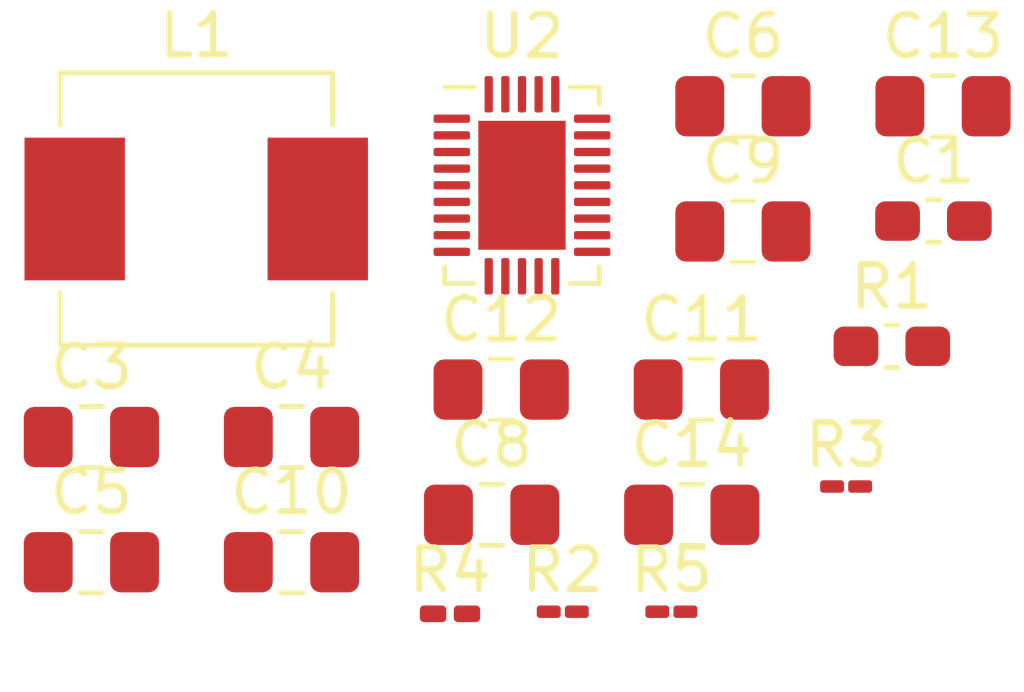
<source format=kicad_pcb>
(kicad_pcb (version 20171130) (host pcbnew "(5.1.10)-1")

  (general
    (thickness 1.6)
    (drawings 0)
    (tracks 0)
    (zones 0)
    (modules 19)
    (nets 18)
  )

  (page A4)
  (layers
    (0 F.Cu signal)
    (31 B.Cu signal)
    (32 B.Adhes user)
    (33 F.Adhes user)
    (34 B.Paste user)
    (35 F.Paste user)
    (36 B.SilkS user)
    (37 F.SilkS user)
    (38 B.Mask user)
    (39 F.Mask user)
    (40 Dwgs.User user)
    (41 Cmts.User user)
    (42 Eco1.User user)
    (43 Eco2.User user)
    (44 Edge.Cuts user)
    (45 Margin user)
    (46 B.CrtYd user)
    (47 F.CrtYd user)
    (48 B.Fab user)
    (49 F.Fab user)
  )

  (setup
    (last_trace_width 0.25)
    (trace_clearance 0.2)
    (zone_clearance 0.508)
    (zone_45_only no)
    (trace_min 0.2)
    (via_size 0.8)
    (via_drill 0.4)
    (via_min_size 0.4)
    (via_min_drill 0.3)
    (uvia_size 0.3)
    (uvia_drill 0.1)
    (uvias_allowed no)
    (uvia_min_size 0.2)
    (uvia_min_drill 0.1)
    (edge_width 0.1)
    (segment_width 0.2)
    (pcb_text_width 0.3)
    (pcb_text_size 1.5 1.5)
    (mod_edge_width 0.15)
    (mod_text_size 1 1)
    (mod_text_width 0.15)
    (pad_size 1.524 1.524)
    (pad_drill 0.762)
    (pad_to_mask_clearance 0)
    (aux_axis_origin 0 0)
    (visible_elements FFFFFF7F)
    (pcbplotparams
      (layerselection 0x010fc_ffffffff)
      (usegerberextensions false)
      (usegerberattributes true)
      (usegerberadvancedattributes true)
      (creategerberjobfile true)
      (excludeedgelayer true)
      (linewidth 0.100000)
      (plotframeref false)
      (viasonmask false)
      (mode 1)
      (useauxorigin false)
      (hpglpennumber 1)
      (hpglpenspeed 20)
      (hpglpendiameter 15.000000)
      (psnegative false)
      (psa4output false)
      (plotreference true)
      (plotvalue true)
      (plotinvisibletext false)
      (padsonsilk false)
      (subtractmaskfromsilk false)
      (outputformat 1)
      (mirror false)
      (drillshape 1)
      (scaleselection 1)
      (outputdirectory ""))
  )

  (net 0 "")
  (net 1 "Net-(C1-Pad2)")
  (net 2 Earth)
  (net 3 Vin)
  (net 4 "Net-(C6-Pad1)")
  (net 5 "Net-(C8-Pad2)")
  (net 6 "Net-(C8-Pad1)")
  (net 7 Vout)
  (net 8 "Net-(C11-Pad1)")
  (net 9 "Net-(C12-Pad1)")
  (net 10 "Net-(C13-Pad1)")
  (net 11 "Net-(C14-Pad1)")
  (net 12 "Net-(R1-Pad2)")
  (net 13 "Net-(R3-Pad1)")
  (net 14 "Net-(R4-Pad2)")
  (net 15 "Net-(R5-Pad2)")
  (net 16 "Net-(R5-Pad1)")
  (net 17 EN)

  (net_class Default "This is the default net class."
    (clearance 0.2)
    (trace_width 0.25)
    (via_dia 0.8)
    (via_drill 0.4)
    (uvia_dia 0.3)
    (uvia_drill 0.1)
    (add_net EN)
    (add_net Earth)
    (add_net "Net-(C1-Pad2)")
    (add_net "Net-(C11-Pad1)")
    (add_net "Net-(C12-Pad1)")
    (add_net "Net-(C13-Pad1)")
    (add_net "Net-(C14-Pad1)")
    (add_net "Net-(C6-Pad1)")
    (add_net "Net-(C8-Pad1)")
    (add_net "Net-(C8-Pad2)")
    (add_net "Net-(R1-Pad2)")
    (add_net "Net-(R3-Pad1)")
    (add_net "Net-(R4-Pad2)")
    (add_net "Net-(R5-Pad1)")
    (add_net "Net-(R5-Pad2)")
    (add_net Vin)
    (add_net Vout)
  )

  (module Package_DFN_QFN:Texas_R-PWQFN-N28_EP2.1x3.1mm (layer F.Cu) (tedit 5E11FE4E) (tstamp 622797C9)
    (at 253.555001 115.935001)
    (descr "QFN, 28 Pin (http://www.ti.com/lit/ds/symlink/tps51363.pdf#page=29), generated with kicad-footprint-generator ipc_noLead_generator.py")
    (tags "QFN NoLead")
    (path /6226B6EB)
    (attr smd)
    (fp_text reference U2 (at 0 -3.58) (layer F.SilkS)
      (effects (font (size 1 1) (thickness 0.15)))
    )
    (fp_text value TPS51396ARJER (at 0 3.58) (layer F.Fab)
      (effects (font (size 1 1) (thickness 0.15)))
    )
    (fp_text user %R (at 0 0) (layer F.Fab)
      (effects (font (size 0.88 0.88) (thickness 0.13)))
    )
    (fp_line (start 1.16 -2.36) (end 1.86 -2.36) (layer F.SilkS) (width 0.12))
    (fp_line (start 1.86 -2.36) (end 1.86 -1.96) (layer F.SilkS) (width 0.12))
    (fp_line (start -1.16 2.36) (end -1.86 2.36) (layer F.SilkS) (width 0.12))
    (fp_line (start -1.86 2.36) (end -1.86 1.96) (layer F.SilkS) (width 0.12))
    (fp_line (start 1.16 2.36) (end 1.86 2.36) (layer F.SilkS) (width 0.12))
    (fp_line (start 1.86 2.36) (end 1.86 1.96) (layer F.SilkS) (width 0.12))
    (fp_line (start -1.16 -2.36) (end -1.86 -2.36) (layer F.SilkS) (width 0.12))
    (fp_line (start -0.875 -2.25) (end 1.75 -2.25) (layer F.Fab) (width 0.1))
    (fp_line (start 1.75 -2.25) (end 1.75 2.25) (layer F.Fab) (width 0.1))
    (fp_line (start 1.75 2.25) (end -1.75 2.25) (layer F.Fab) (width 0.1))
    (fp_line (start -1.75 2.25) (end -1.75 -1.375) (layer F.Fab) (width 0.1))
    (fp_line (start -1.75 -1.375) (end -0.875 -2.25) (layer F.Fab) (width 0.1))
    (fp_line (start -2.38 -2.88) (end -2.38 2.88) (layer F.CrtYd) (width 0.05))
    (fp_line (start -2.38 2.88) (end 2.38 2.88) (layer F.CrtYd) (width 0.05))
    (fp_line (start 2.38 2.88) (end 2.38 -2.88) (layer F.CrtYd) (width 0.05))
    (fp_line (start 2.38 -2.88) (end -2.38 -2.88) (layer F.CrtYd) (width 0.05))
    (pad "" smd roundrect (at 0.525 0.775) (size 0.85 1.25) (layers F.Paste) (roundrect_rratio 0.25))
    (pad "" smd roundrect (at 0.525 -0.775) (size 0.85 1.25) (layers F.Paste) (roundrect_rratio 0.25))
    (pad "" smd roundrect (at -0.525 0.775) (size 0.85 1.25) (layers F.Paste) (roundrect_rratio 0.25))
    (pad "" smd roundrect (at -0.525 -0.775) (size 0.85 1.25) (layers F.Paste) (roundrect_rratio 0.25))
    (pad 29 smd rect (at 0 0) (size 2.1 3.1) (layers F.Cu F.Mask))
    (pad 28 smd roundrect (at -0.8 -2.1875) (size 0.2 0.875) (layers F.Cu F.Paste F.Mask) (roundrect_rratio 0.25))
    (pad 27 smd roundrect (at -0.4 -2.1875) (size 0.2 0.875) (layers F.Cu F.Paste F.Mask) (roundrect_rratio 0.25))
    (pad 26 smd roundrect (at 0 -2.1875) (size 0.2 0.875) (layers F.Cu F.Paste F.Mask) (roundrect_rratio 0.25))
    (pad 25 smd roundrect (at 0.4 -2.1875) (size 0.2 0.875) (layers F.Cu F.Paste F.Mask) (roundrect_rratio 0.25))
    (pad 24 smd roundrect (at 0.8 -2.1875) (size 0.2 0.875) (layers F.Cu F.Paste F.Mask) (roundrect_rratio 0.25))
    (pad 23 smd roundrect (at 1.6875 -1.6) (size 0.875 0.2) (layers F.Cu F.Paste F.Mask) (roundrect_rratio 0.25))
    (pad 22 smd roundrect (at 1.6875 -1.2) (size 0.875 0.2) (layers F.Cu F.Paste F.Mask) (roundrect_rratio 0.25))
    (pad 21 smd roundrect (at 1.6875 -0.8) (size 0.875 0.2) (layers F.Cu F.Paste F.Mask) (roundrect_rratio 0.25)
      (net 2 Earth))
    (pad 20 smd roundrect (at 1.6875 -0.4) (size 0.875 0.2) (layers F.Cu F.Paste F.Mask) (roundrect_rratio 0.25)
      (net 6 "Net-(C8-Pad1)"))
    (pad 19 smd roundrect (at 1.6875 0) (size 0.875 0.2) (layers F.Cu F.Paste F.Mask) (roundrect_rratio 0.25)
      (net 6 "Net-(C8-Pad1)"))
    (pad 18 smd roundrect (at 1.6875 0.4) (size 0.875 0.2) (layers F.Cu F.Paste F.Mask) (roundrect_rratio 0.25)
      (net 2 Earth))
    (pad 17 smd roundrect (at 1.6875 0.8) (size 0.875 0.2) (layers F.Cu F.Paste F.Mask) (roundrect_rratio 0.25)
      (net 1 "Net-(C1-Pad2)"))
    (pad 16 smd roundrect (at 1.6875 1.2) (size 0.875 0.2) (layers F.Cu F.Paste F.Mask) (roundrect_rratio 0.25)
      (net 2 Earth))
    (pad 15 smd roundrect (at 1.6875 1.6) (size 0.875 0.2) (layers F.Cu F.Paste F.Mask) (roundrect_rratio 0.25)
      (net 13 "Net-(R3-Pad1)"))
    (pad 14 smd roundrect (at 0.8 2.1875) (size 0.2 0.875) (layers F.Cu F.Paste F.Mask) (roundrect_rratio 0.25)
      (net 12 "Net-(R1-Pad2)"))
    (pad 13 smd roundrect (at 0.4 2.1875) (size 0.2 0.875) (layers F.Cu F.Paste F.Mask) (roundrect_rratio 0.25)
      (net 2 Earth))
    (pad 12 smd roundrect (at 0 2.1875) (size 0.2 0.875) (layers F.Cu F.Paste F.Mask) (roundrect_rratio 0.25)
      (net 17 EN))
    (pad 11 smd roundrect (at -0.4 2.1875) (size 0.2 0.875) (layers F.Cu F.Paste F.Mask) (roundrect_rratio 0.25)
      (net 4 "Net-(C6-Pad1)"))
    (pad 10 smd roundrect (at -0.8 2.1875) (size 0.2 0.875) (layers F.Cu F.Paste F.Mask) (roundrect_rratio 0.25)
      (net 2 Earth))
    (pad 9 smd roundrect (at -1.6875 1.6) (size 0.875 0.2) (layers F.Cu F.Paste F.Mask) (roundrect_rratio 0.25)
      (net 16 "Net-(R5-Pad1)"))
    (pad 8 smd roundrect (at -1.6875 1.2) (size 0.875 0.2) (layers F.Cu F.Paste F.Mask) (roundrect_rratio 0.25)
      (net 2 Earth))
    (pad 7 smd roundrect (at -1.6875 0.8) (size 0.875 0.2) (layers F.Cu F.Paste F.Mask) (roundrect_rratio 0.25)
      (net 2 Earth))
    (pad 6 smd roundrect (at -1.6875 0.4) (size 0.875 0.2) (layers F.Cu F.Paste F.Mask) (roundrect_rratio 0.25)
      (net 6 "Net-(C8-Pad1)"))
    (pad 5 smd roundrect (at -1.6875 0) (size 0.875 0.2) (layers F.Cu F.Paste F.Mask) (roundrect_rratio 0.25)
      (net 3 Vin))
    (pad 4 smd roundrect (at -1.6875 -0.4) (size 0.875 0.2) (layers F.Cu F.Paste F.Mask) (roundrect_rratio 0.25)
      (net 3 Vin))
    (pad 3 smd roundrect (at -1.6875 -0.8) (size 0.875 0.2) (layers F.Cu F.Paste F.Mask) (roundrect_rratio 0.25)
      (net 3 Vin))
    (pad 2 smd roundrect (at -1.6875 -1.2) (size 0.875 0.2) (layers F.Cu F.Paste F.Mask) (roundrect_rratio 0.25)
      (net 3 Vin))
    (pad 1 smd roundrect (at -1.6875 -1.6) (size 0.875 0.2) (layers F.Cu F.Paste F.Mask) (roundrect_rratio 0.25)
      (net 5 "Net-(C8-Pad2)"))
    (model ${KISYS3DMOD}/Package_DFN_QFN.3dshapes/Texas_R-PWQFN-N28_EP2.1x3.1mm.wrl
      (at (xyz 0 0 0))
      (scale (xyz 1 1 1))
      (rotate (xyz 0 0 0))
    )
  )

  (module Capacitor_SMD:C_01005_0402Metric_Pad0.57x0.30mm_HandSolder (layer F.Cu) (tedit 5F6BBCCE) (tstamp 62279793)
    (at 257.145001 126.185001)
    (descr "Capacitor SMD 01005 (0402 Metric), square (rectangular) end terminal, IPC_7351 nominal with elongated pad for handsoldering. (Body size source: http://www.vishay.com/docs/20056/crcw01005e3.pdf), generated with kicad-footprint-generator")
    (tags "capacitor handsolder")
    (path /622348F5)
    (attr smd)
    (fp_text reference R5 (at 0 -1) (layer F.SilkS)
      (effects (font (size 1 1) (thickness 0.15)))
    )
    (fp_text value 100k (at 0 1) (layer F.Fab)
      (effects (font (size 1 1) (thickness 0.15)))
    )
    (fp_text user %R (at 0 -0.62) (layer F.Fab)
      (effects (font (size 0.25 0.25) (thickness 0.04)))
    )
    (fp_line (start -0.2 0.1) (end -0.2 -0.1) (layer F.Fab) (width 0.1))
    (fp_line (start -0.2 -0.1) (end 0.2 -0.1) (layer F.Fab) (width 0.1))
    (fp_line (start 0.2 -0.1) (end 0.2 0.1) (layer F.Fab) (width 0.1))
    (fp_line (start 0.2 0.1) (end -0.2 0.1) (layer F.Fab) (width 0.1))
    (fp_line (start -0.78 0.3) (end -0.78 -0.3) (layer F.CrtYd) (width 0.05))
    (fp_line (start -0.78 -0.3) (end 0.78 -0.3) (layer F.CrtYd) (width 0.05))
    (fp_line (start 0.78 -0.3) (end 0.78 0.3) (layer F.CrtYd) (width 0.05))
    (fp_line (start 0.78 0.3) (end -0.78 0.3) (layer F.CrtYd) (width 0.05))
    (pad 2 smd roundrect (at 0.3375 0) (size 0.575 0.3) (layers F.Cu F.Mask) (roundrect_rratio 0.25)
      (net 15 "Net-(R5-Pad2)"))
    (pad 1 smd roundrect (at -0.3375 0) (size 0.575 0.3) (layers F.Cu F.Mask) (roundrect_rratio 0.25)
      (net 16 "Net-(R5-Pad1)"))
    (pad "" smd roundrect (at 0.3625 0) (size 0.41 0.27) (layers F.Paste) (roundrect_rratio 0.25))
    (pad "" smd roundrect (at -0.3625 0) (size 0.41 0.27) (layers F.Paste) (roundrect_rratio 0.25))
    (model ${KISYS3DMOD}/Capacitor_SMD.3dshapes/C_01005_0402Metric.wrl
      (at (xyz 0 0 0))
      (scale (xyz 1 1 1))
      (rotate (xyz 0 0 0))
    )
  )

  (module Capacitor_SMD:C_0201_0603Metric_Pad0.64x0.40mm_HandSolder (layer F.Cu) (tedit 5F6BB9E0) (tstamp 62279782)
    (at 251.825001 126.235001)
    (descr "Capacitor SMD 0201 (0603 Metric), square (rectangular) end terminal, IPC_7351 nominal with elongated pad for handsoldering. (Body size source: https://www.vishay.com/docs/20052/crcw0201e3.pdf), generated with kicad-footprint-generator")
    (tags "capacitor handsolder")
    (path /6222DF29)
    (attr smd)
    (fp_text reference R4 (at 0 -1.05) (layer F.SilkS)
      (effects (font (size 1 1) (thickness 0.15)))
    )
    (fp_text value 330k (at 0 1.05) (layer F.Fab)
      (effects (font (size 1 1) (thickness 0.15)))
    )
    (fp_text user %R (at 0 -0.68) (layer F.Fab)
      (effects (font (size 0.25 0.25) (thickness 0.04)))
    )
    (fp_line (start -0.3 0.15) (end -0.3 -0.15) (layer F.Fab) (width 0.1))
    (fp_line (start -0.3 -0.15) (end 0.3 -0.15) (layer F.Fab) (width 0.1))
    (fp_line (start 0.3 -0.15) (end 0.3 0.15) (layer F.Fab) (width 0.1))
    (fp_line (start 0.3 0.15) (end -0.3 0.15) (layer F.Fab) (width 0.1))
    (fp_line (start -0.88 0.35) (end -0.88 -0.35) (layer F.CrtYd) (width 0.05))
    (fp_line (start -0.88 -0.35) (end 0.88 -0.35) (layer F.CrtYd) (width 0.05))
    (fp_line (start 0.88 -0.35) (end 0.88 0.35) (layer F.CrtYd) (width 0.05))
    (fp_line (start 0.88 0.35) (end -0.88 0.35) (layer F.CrtYd) (width 0.05))
    (pad 2 smd roundrect (at 0.4075 0) (size 0.635 0.4) (layers F.Cu F.Mask) (roundrect_rratio 0.25)
      (net 14 "Net-(R4-Pad2)"))
    (pad 1 smd roundrect (at -0.4075 0) (size 0.635 0.4) (layers F.Cu F.Mask) (roundrect_rratio 0.25)
      (net 13 "Net-(R3-Pad1)"))
    (pad "" smd roundrect (at 0.4325 0) (size 0.458 0.36) (layers F.Paste) (roundrect_rratio 0.25))
    (pad "" smd roundrect (at -0.4325 0) (size 0.458 0.36) (layers F.Paste) (roundrect_rratio 0.25))
    (model ${KISYS3DMOD}/Capacitor_SMD.3dshapes/C_0201_0603Metric.wrl
      (at (xyz 0 0 0))
      (scale (xyz 1 1 1))
      (rotate (xyz 0 0 0))
    )
  )

  (module Capacitor_SMD:C_01005_0402Metric_Pad0.57x0.30mm_HandSolder (layer F.Cu) (tedit 5F6BBCCE) (tstamp 62279771)
    (at 261.345001 123.175001)
    (descr "Capacitor SMD 01005 (0402 Metric), square (rectangular) end terminal, IPC_7351 nominal with elongated pad for handsoldering. (Body size source: http://www.vishay.com/docs/20056/crcw01005e3.pdf), generated with kicad-footprint-generator")
    (tags "capacitor handsolder")
    (path /6222A5D5)
    (attr smd)
    (fp_text reference R3 (at 0 -1) (layer F.SilkS)
      (effects (font (size 1 1) (thickness 0.15)))
    )
    (fp_text value 5.1k (at 0 1) (layer F.Fab)
      (effects (font (size 1 1) (thickness 0.15)))
    )
    (fp_text user %R (at 0 -0.62) (layer F.Fab)
      (effects (font (size 0.25 0.25) (thickness 0.04)))
    )
    (fp_line (start -0.2 0.1) (end -0.2 -0.1) (layer F.Fab) (width 0.1))
    (fp_line (start -0.2 -0.1) (end 0.2 -0.1) (layer F.Fab) (width 0.1))
    (fp_line (start 0.2 -0.1) (end 0.2 0.1) (layer F.Fab) (width 0.1))
    (fp_line (start 0.2 0.1) (end -0.2 0.1) (layer F.Fab) (width 0.1))
    (fp_line (start -0.78 0.3) (end -0.78 -0.3) (layer F.CrtYd) (width 0.05))
    (fp_line (start -0.78 -0.3) (end 0.78 -0.3) (layer F.CrtYd) (width 0.05))
    (fp_line (start 0.78 -0.3) (end 0.78 0.3) (layer F.CrtYd) (width 0.05))
    (fp_line (start 0.78 0.3) (end -0.78 0.3) (layer F.CrtYd) (width 0.05))
    (pad 2 smd roundrect (at 0.3375 0) (size 0.575 0.3) (layers F.Cu F.Mask) (roundrect_rratio 0.25)
      (net 2 Earth))
    (pad 1 smd roundrect (at -0.3375 0) (size 0.575 0.3) (layers F.Cu F.Mask) (roundrect_rratio 0.25)
      (net 13 "Net-(R3-Pad1)"))
    (pad "" smd roundrect (at 0.3625 0) (size 0.41 0.27) (layers F.Paste) (roundrect_rratio 0.25))
    (pad "" smd roundrect (at -0.3625 0) (size 0.41 0.27) (layers F.Paste) (roundrect_rratio 0.25))
    (model ${KISYS3DMOD}/Capacitor_SMD.3dshapes/C_01005_0402Metric.wrl
      (at (xyz 0 0 0))
      (scale (xyz 1 1 1))
      (rotate (xyz 0 0 0))
    )
  )

  (module Capacitor_SMD:C_01005_0402Metric_Pad0.57x0.30mm_HandSolder (layer F.Cu) (tedit 5F6BBCCE) (tstamp 62279760)
    (at 254.535001 126.185001)
    (descr "Capacitor SMD 01005 (0402 Metric), square (rectangular) end terminal, IPC_7351 nominal with elongated pad for handsoldering. (Body size source: http://www.vishay.com/docs/20056/crcw01005e3.pdf), generated with kicad-footprint-generator")
    (tags "capacitor handsolder")
    (path /62259AD5)
    (attr smd)
    (fp_text reference R2 (at 0 -1) (layer F.SilkS)
      (effects (font (size 1 1) (thickness 0.15)))
    )
    (fp_text value 30k (at 0 1) (layer F.Fab)
      (effects (font (size 1 1) (thickness 0.15)))
    )
    (fp_text user %R (at 0 -0.62) (layer F.Fab)
      (effects (font (size 0.25 0.25) (thickness 0.04)))
    )
    (fp_line (start -0.2 0.1) (end -0.2 -0.1) (layer F.Fab) (width 0.1))
    (fp_line (start -0.2 -0.1) (end 0.2 -0.1) (layer F.Fab) (width 0.1))
    (fp_line (start 0.2 -0.1) (end 0.2 0.1) (layer F.Fab) (width 0.1))
    (fp_line (start 0.2 0.1) (end -0.2 0.1) (layer F.Fab) (width 0.1))
    (fp_line (start -0.78 0.3) (end -0.78 -0.3) (layer F.CrtYd) (width 0.05))
    (fp_line (start -0.78 -0.3) (end 0.78 -0.3) (layer F.CrtYd) (width 0.05))
    (fp_line (start 0.78 -0.3) (end 0.78 0.3) (layer F.CrtYd) (width 0.05))
    (fp_line (start 0.78 0.3) (end -0.78 0.3) (layer F.CrtYd) (width 0.05))
    (pad 2 smd roundrect (at 0.3375 0) (size 0.575 0.3) (layers F.Cu F.Mask) (roundrect_rratio 0.25)
      (net 2 Earth))
    (pad 1 smd roundrect (at -0.3375 0) (size 0.575 0.3) (layers F.Cu F.Mask) (roundrect_rratio 0.25)
      (net 12 "Net-(R1-Pad2)"))
    (pad "" smd roundrect (at 0.3625 0) (size 0.41 0.27) (layers F.Paste) (roundrect_rratio 0.25))
    (pad "" smd roundrect (at -0.3625 0) (size 0.41 0.27) (layers F.Paste) (roundrect_rratio 0.25))
    (model ${KISYS3DMOD}/Capacitor_SMD.3dshapes/C_01005_0402Metric.wrl
      (at (xyz 0 0 0))
      (scale (xyz 1 1 1))
      (rotate (xyz 0 0 0))
    )
  )

  (module Capacitor_SMD:C_0603_1608Metric_Pad1.08x0.95mm_HandSolder (layer F.Cu) (tedit 5F68FEEF) (tstamp 6227974F)
    (at 262.445001 119.805001)
    (descr "Capacitor SMD 0603 (1608 Metric), square (rectangular) end terminal, IPC_7351 nominal with elongated pad for handsoldering. (Body size source: IPC-SM-782 page 76, https://www.pcb-3d.com/wordpress/wp-content/uploads/ipc-sm-782a_amendment_1_and_2.pdf), generated with kicad-footprint-generator")
    (tags "capacitor handsolder")
    (path /622575F2)
    (attr smd)
    (fp_text reference R1 (at 0 -1.43) (layer F.SilkS)
      (effects (font (size 1 1) (thickness 0.15)))
    )
    (fp_text value 20k (at 0 1.43) (layer F.Fab)
      (effects (font (size 1 1) (thickness 0.15)))
    )
    (fp_text user %R (at 0 0) (layer F.Fab)
      (effects (font (size 0.4 0.4) (thickness 0.06)))
    )
    (fp_line (start -0.8 0.4) (end -0.8 -0.4) (layer F.Fab) (width 0.1))
    (fp_line (start -0.8 -0.4) (end 0.8 -0.4) (layer F.Fab) (width 0.1))
    (fp_line (start 0.8 -0.4) (end 0.8 0.4) (layer F.Fab) (width 0.1))
    (fp_line (start 0.8 0.4) (end -0.8 0.4) (layer F.Fab) (width 0.1))
    (fp_line (start -0.146267 -0.51) (end 0.146267 -0.51) (layer F.SilkS) (width 0.12))
    (fp_line (start -0.146267 0.51) (end 0.146267 0.51) (layer F.SilkS) (width 0.12))
    (fp_line (start -1.65 0.73) (end -1.65 -0.73) (layer F.CrtYd) (width 0.05))
    (fp_line (start -1.65 -0.73) (end 1.65 -0.73) (layer F.CrtYd) (width 0.05))
    (fp_line (start 1.65 -0.73) (end 1.65 0.73) (layer F.CrtYd) (width 0.05))
    (fp_line (start 1.65 0.73) (end -1.65 0.73) (layer F.CrtYd) (width 0.05))
    (pad 2 smd roundrect (at 0.8625 0) (size 1.075 0.95) (layers F.Cu F.Paste F.Mask) (roundrect_rratio 0.25)
      (net 12 "Net-(R1-Pad2)"))
    (pad 1 smd roundrect (at -0.8625 0) (size 1.075 0.95) (layers F.Cu F.Paste F.Mask) (roundrect_rratio 0.25)
      (net 7 Vout))
    (model ${KISYS3DMOD}/Capacitor_SMD.3dshapes/C_0603_1608Metric.wrl
      (at (xyz 0 0 0))
      (scale (xyz 1 1 1))
      (rotate (xyz 0 0 0))
    )
  )

  (module Inductor_SMD:L_Vishay_IHLP-2525 (layer F.Cu) (tedit 5990349D) (tstamp 6227973E)
    (at 245.725001 116.505001)
    (descr "Inductor, Vishay, IHLP series, 6.3mmx6.3mm")
    (tags "inductor vishay ihlp smd")
    (path /6223C8BE)
    (attr smd)
    (fp_text reference L1 (at 0 -4.175) (layer F.SilkS)
      (effects (font (size 1 1) (thickness 0.15)))
    )
    (fp_text value 0.68uH (at 0 4.675) (layer F.Fab)
      (effects (font (size 1 1) (thickness 0.15)))
    )
    (fp_text user %R (at 0 0) (layer F.Fab)
      (effects (font (size 1 1) (thickness 0.15)))
    )
    (fp_line (start -3.175 -3.175) (end -3.175 3.175) (layer F.Fab) (width 0.1))
    (fp_line (start -3.175 3.175) (end 3.175 3.175) (layer F.Fab) (width 0.1))
    (fp_line (start 3.175 3.175) (end 3.175 -3.175) (layer F.Fab) (width 0.1))
    (fp_line (start 3.175 -3.175) (end -3.175 -3.175) (layer F.Fab) (width 0.1))
    (fp_line (start -3.275 -2.0145) (end -3.275 -3.275) (layer F.SilkS) (width 0.12))
    (fp_line (start -3.275 -3.275) (end 3.275 -3.275) (layer F.SilkS) (width 0.12))
    (fp_line (start 3.275 -3.275) (end 3.275 -2.0145) (layer F.SilkS) (width 0.12))
    (fp_line (start -3.275 2.0145) (end -3.275 3.275) (layer F.SilkS) (width 0.12))
    (fp_line (start -3.275 3.275) (end 3.275 3.275) (layer F.SilkS) (width 0.12))
    (fp_line (start 3.275 3.275) (end 3.275 2.0145) (layer F.SilkS) (width 0.12))
    (fp_line (start -4.4 -3.45) (end -4.4 3.45) (layer F.CrtYd) (width 0.05))
    (fp_line (start -4.4 3.45) (end 4.4 3.45) (layer F.CrtYd) (width 0.05))
    (fp_line (start 4.4 3.45) (end 4.4 -3.45) (layer F.CrtYd) (width 0.05))
    (fp_line (start 4.4 -3.45) (end -4.4 -3.45) (layer F.CrtYd) (width 0.05))
    (pad 2 smd rect (at 2.921 0) (size 2.413 3.429) (layers F.Cu F.Paste F.Mask)
      (net 7 Vout))
    (pad 1 smd rect (at -2.921 0) (size 2.413 3.429) (layers F.Cu F.Paste F.Mask)
      (net 6 "Net-(C8-Pad1)"))
    (model ${KISYS3DMOD}/Inductor_SMD.3dshapes/L_Vishay_IHLP-2525.wrl
      (at (xyz 0 0 0))
      (scale (xyz 1 1 1))
      (rotate (xyz 0 0 0))
    )
  )

  (module Capacitor_SMD:C_0805_2012Metric_Pad1.18x1.45mm_HandSolder (layer F.Cu) (tedit 5F68FEEF) (tstamp 62279729)
    (at 257.635001 123.855001)
    (descr "Capacitor SMD 0805 (2012 Metric), square (rectangular) end terminal, IPC_7351 nominal with elongated pad for handsoldering. (Body size source: IPC-SM-782 page 76, https://www.pcb-3d.com/wordpress/wp-content/uploads/ipc-sm-782a_amendment_1_and_2.pdf, https://docs.google.com/spreadsheets/d/1BsfQQcO9C6DZCsRaXUlFlo91Tg2WpOkGARC1WS5S8t0/edit?usp=sharing), generated with kicad-footprint-generator")
    (tags "capacitor handsolder")
    (path /622482A2)
    (attr smd)
    (fp_text reference C14 (at 0 -1.68) (layer F.SilkS)
      (effects (font (size 1 1) (thickness 0.15)))
    )
    (fp_text value 22uF (at 0 1.68) (layer F.Fab)
      (effects (font (size 1 1) (thickness 0.15)))
    )
    (fp_text user %R (at 0 0) (layer F.Fab)
      (effects (font (size 0.5 0.5) (thickness 0.08)))
    )
    (fp_line (start -1 0.625) (end -1 -0.625) (layer F.Fab) (width 0.1))
    (fp_line (start -1 -0.625) (end 1 -0.625) (layer F.Fab) (width 0.1))
    (fp_line (start 1 -0.625) (end 1 0.625) (layer F.Fab) (width 0.1))
    (fp_line (start 1 0.625) (end -1 0.625) (layer F.Fab) (width 0.1))
    (fp_line (start -0.261252 -0.735) (end 0.261252 -0.735) (layer F.SilkS) (width 0.12))
    (fp_line (start -0.261252 0.735) (end 0.261252 0.735) (layer F.SilkS) (width 0.12))
    (fp_line (start -1.88 0.98) (end -1.88 -0.98) (layer F.CrtYd) (width 0.05))
    (fp_line (start -1.88 -0.98) (end 1.88 -0.98) (layer F.CrtYd) (width 0.05))
    (fp_line (start 1.88 -0.98) (end 1.88 0.98) (layer F.CrtYd) (width 0.05))
    (fp_line (start 1.88 0.98) (end -1.88 0.98) (layer F.CrtYd) (width 0.05))
    (pad 2 smd roundrect (at 1.0375 0) (size 1.175 1.45) (layers F.Cu F.Paste F.Mask) (roundrect_rratio 0.212766)
      (net 2 Earth))
    (pad 1 smd roundrect (at -1.0375 0) (size 1.175 1.45) (layers F.Cu F.Paste F.Mask) (roundrect_rratio 0.212766)
      (net 11 "Net-(C14-Pad1)"))
    (model ${KISYS3DMOD}/Capacitor_SMD.3dshapes/C_0805_2012Metric.wrl
      (at (xyz 0 0 0))
      (scale (xyz 1 1 1))
      (rotate (xyz 0 0 0))
    )
  )

  (module Capacitor_SMD:C_0805_2012Metric_Pad1.18x1.45mm_HandSolder (layer F.Cu) (tedit 5F68FEEF) (tstamp 62279718)
    (at 263.675001 114.035001)
    (descr "Capacitor SMD 0805 (2012 Metric), square (rectangular) end terminal, IPC_7351 nominal with elongated pad for handsoldering. (Body size source: IPC-SM-782 page 76, https://www.pcb-3d.com/wordpress/wp-content/uploads/ipc-sm-782a_amendment_1_and_2.pdf, https://docs.google.com/spreadsheets/d/1BsfQQcO9C6DZCsRaXUlFlo91Tg2WpOkGARC1WS5S8t0/edit?usp=sharing), generated with kicad-footprint-generator")
    (tags "capacitor handsolder")
    (path /62246877)
    (attr smd)
    (fp_text reference C13 (at 0 -1.68) (layer F.SilkS)
      (effects (font (size 1 1) (thickness 0.15)))
    )
    (fp_text value 22uF (at 0 1.68) (layer F.Fab)
      (effects (font (size 1 1) (thickness 0.15)))
    )
    (fp_text user %R (at 0 0) (layer F.Fab)
      (effects (font (size 0.5 0.5) (thickness 0.08)))
    )
    (fp_line (start -1 0.625) (end -1 -0.625) (layer F.Fab) (width 0.1))
    (fp_line (start -1 -0.625) (end 1 -0.625) (layer F.Fab) (width 0.1))
    (fp_line (start 1 -0.625) (end 1 0.625) (layer F.Fab) (width 0.1))
    (fp_line (start 1 0.625) (end -1 0.625) (layer F.Fab) (width 0.1))
    (fp_line (start -0.261252 -0.735) (end 0.261252 -0.735) (layer F.SilkS) (width 0.12))
    (fp_line (start -0.261252 0.735) (end 0.261252 0.735) (layer F.SilkS) (width 0.12))
    (fp_line (start -1.88 0.98) (end -1.88 -0.98) (layer F.CrtYd) (width 0.05))
    (fp_line (start -1.88 -0.98) (end 1.88 -0.98) (layer F.CrtYd) (width 0.05))
    (fp_line (start 1.88 -0.98) (end 1.88 0.98) (layer F.CrtYd) (width 0.05))
    (fp_line (start 1.88 0.98) (end -1.88 0.98) (layer F.CrtYd) (width 0.05))
    (pad 2 smd roundrect (at 1.0375 0) (size 1.175 1.45) (layers F.Cu F.Paste F.Mask) (roundrect_rratio 0.212766)
      (net 2 Earth))
    (pad 1 smd roundrect (at -1.0375 0) (size 1.175 1.45) (layers F.Cu F.Paste F.Mask) (roundrect_rratio 0.212766)
      (net 10 "Net-(C13-Pad1)"))
    (model ${KISYS3DMOD}/Capacitor_SMD.3dshapes/C_0805_2012Metric.wrl
      (at (xyz 0 0 0))
      (scale (xyz 1 1 1))
      (rotate (xyz 0 0 0))
    )
  )

  (module Capacitor_SMD:C_0805_2012Metric_Pad1.18x1.45mm_HandSolder (layer F.Cu) (tedit 5F68FEEF) (tstamp 62279707)
    (at 253.055001 120.845001)
    (descr "Capacitor SMD 0805 (2012 Metric), square (rectangular) end terminal, IPC_7351 nominal with elongated pad for handsoldering. (Body size source: IPC-SM-782 page 76, https://www.pcb-3d.com/wordpress/wp-content/uploads/ipc-sm-782a_amendment_1_and_2.pdf, https://docs.google.com/spreadsheets/d/1BsfQQcO9C6DZCsRaXUlFlo91Tg2WpOkGARC1WS5S8t0/edit?usp=sharing), generated with kicad-footprint-generator")
    (tags "capacitor handsolder")
    (path /62244E8A)
    (attr smd)
    (fp_text reference C12 (at 0 -1.68) (layer F.SilkS)
      (effects (font (size 1 1) (thickness 0.15)))
    )
    (fp_text value 22uF (at 0 1.68) (layer F.Fab)
      (effects (font (size 1 1) (thickness 0.15)))
    )
    (fp_text user %R (at 0 0) (layer F.Fab)
      (effects (font (size 0.5 0.5) (thickness 0.08)))
    )
    (fp_line (start -1 0.625) (end -1 -0.625) (layer F.Fab) (width 0.1))
    (fp_line (start -1 -0.625) (end 1 -0.625) (layer F.Fab) (width 0.1))
    (fp_line (start 1 -0.625) (end 1 0.625) (layer F.Fab) (width 0.1))
    (fp_line (start 1 0.625) (end -1 0.625) (layer F.Fab) (width 0.1))
    (fp_line (start -0.261252 -0.735) (end 0.261252 -0.735) (layer F.SilkS) (width 0.12))
    (fp_line (start -0.261252 0.735) (end 0.261252 0.735) (layer F.SilkS) (width 0.12))
    (fp_line (start -1.88 0.98) (end -1.88 -0.98) (layer F.CrtYd) (width 0.05))
    (fp_line (start -1.88 -0.98) (end 1.88 -0.98) (layer F.CrtYd) (width 0.05))
    (fp_line (start 1.88 -0.98) (end 1.88 0.98) (layer F.CrtYd) (width 0.05))
    (fp_line (start 1.88 0.98) (end -1.88 0.98) (layer F.CrtYd) (width 0.05))
    (pad 2 smd roundrect (at 1.0375 0) (size 1.175 1.45) (layers F.Cu F.Paste F.Mask) (roundrect_rratio 0.212766)
      (net 2 Earth))
    (pad 1 smd roundrect (at -1.0375 0) (size 1.175 1.45) (layers F.Cu F.Paste F.Mask) (roundrect_rratio 0.212766)
      (net 9 "Net-(C12-Pad1)"))
    (model ${KISYS3DMOD}/Capacitor_SMD.3dshapes/C_0805_2012Metric.wrl
      (at (xyz 0 0 0))
      (scale (xyz 1 1 1))
      (rotate (xyz 0 0 0))
    )
  )

  (module Capacitor_SMD:C_0805_2012Metric_Pad1.18x1.45mm_HandSolder (layer F.Cu) (tedit 5F68FEEF) (tstamp 622796F6)
    (at 257.865001 120.845001)
    (descr "Capacitor SMD 0805 (2012 Metric), square (rectangular) end terminal, IPC_7351 nominal with elongated pad for handsoldering. (Body size source: IPC-SM-782 page 76, https://www.pcb-3d.com/wordpress/wp-content/uploads/ipc-sm-782a_amendment_1_and_2.pdf, https://docs.google.com/spreadsheets/d/1BsfQQcO9C6DZCsRaXUlFlo91Tg2WpOkGARC1WS5S8t0/edit?usp=sharing), generated with kicad-footprint-generator")
    (tags "capacitor handsolder")
    (path /622434C3)
    (attr smd)
    (fp_text reference C11 (at 0 -1.68) (layer F.SilkS)
      (effects (font (size 1 1) (thickness 0.15)))
    )
    (fp_text value 22uF (at 0 1.68) (layer F.Fab)
      (effects (font (size 1 1) (thickness 0.15)))
    )
    (fp_text user %R (at 0 0) (layer F.Fab)
      (effects (font (size 0.5 0.5) (thickness 0.08)))
    )
    (fp_line (start -1 0.625) (end -1 -0.625) (layer F.Fab) (width 0.1))
    (fp_line (start -1 -0.625) (end 1 -0.625) (layer F.Fab) (width 0.1))
    (fp_line (start 1 -0.625) (end 1 0.625) (layer F.Fab) (width 0.1))
    (fp_line (start 1 0.625) (end -1 0.625) (layer F.Fab) (width 0.1))
    (fp_line (start -0.261252 -0.735) (end 0.261252 -0.735) (layer F.SilkS) (width 0.12))
    (fp_line (start -0.261252 0.735) (end 0.261252 0.735) (layer F.SilkS) (width 0.12))
    (fp_line (start -1.88 0.98) (end -1.88 -0.98) (layer F.CrtYd) (width 0.05))
    (fp_line (start -1.88 -0.98) (end 1.88 -0.98) (layer F.CrtYd) (width 0.05))
    (fp_line (start 1.88 -0.98) (end 1.88 0.98) (layer F.CrtYd) (width 0.05))
    (fp_line (start 1.88 0.98) (end -1.88 0.98) (layer F.CrtYd) (width 0.05))
    (pad 2 smd roundrect (at 1.0375 0) (size 1.175 1.45) (layers F.Cu F.Paste F.Mask) (roundrect_rratio 0.212766)
      (net 2 Earth))
    (pad 1 smd roundrect (at -1.0375 0) (size 1.175 1.45) (layers F.Cu F.Paste F.Mask) (roundrect_rratio 0.212766)
      (net 8 "Net-(C11-Pad1)"))
    (model ${KISYS3DMOD}/Capacitor_SMD.3dshapes/C_0805_2012Metric.wrl
      (at (xyz 0 0 0))
      (scale (xyz 1 1 1))
      (rotate (xyz 0 0 0))
    )
  )

  (module Capacitor_SMD:C_0805_2012Metric_Pad1.18x1.45mm_HandSolder (layer F.Cu) (tedit 5F68FEEF) (tstamp 622796E5)
    (at 248.015001 124.995001)
    (descr "Capacitor SMD 0805 (2012 Metric), square (rectangular) end terminal, IPC_7351 nominal with elongated pad for handsoldering. (Body size source: IPC-SM-782 page 76, https://www.pcb-3d.com/wordpress/wp-content/uploads/ipc-sm-782a_amendment_1_and_2.pdf, https://docs.google.com/spreadsheets/d/1BsfQQcO9C6DZCsRaXUlFlo91Tg2WpOkGARC1WS5S8t0/edit?usp=sharing), generated with kicad-footprint-generator")
    (tags "capacitor handsolder")
    (path /62242D85)
    (attr smd)
    (fp_text reference C10 (at 0 -1.68) (layer F.SilkS)
      (effects (font (size 1 1) (thickness 0.15)))
    )
    (fp_text value 22uF (at 0 1.68) (layer F.Fab)
      (effects (font (size 1 1) (thickness 0.15)))
    )
    (fp_text user %R (at 0 0) (layer F.Fab)
      (effects (font (size 0.5 0.5) (thickness 0.08)))
    )
    (fp_line (start -1 0.625) (end -1 -0.625) (layer F.Fab) (width 0.1))
    (fp_line (start -1 -0.625) (end 1 -0.625) (layer F.Fab) (width 0.1))
    (fp_line (start 1 -0.625) (end 1 0.625) (layer F.Fab) (width 0.1))
    (fp_line (start 1 0.625) (end -1 0.625) (layer F.Fab) (width 0.1))
    (fp_line (start -0.261252 -0.735) (end 0.261252 -0.735) (layer F.SilkS) (width 0.12))
    (fp_line (start -0.261252 0.735) (end 0.261252 0.735) (layer F.SilkS) (width 0.12))
    (fp_line (start -1.88 0.98) (end -1.88 -0.98) (layer F.CrtYd) (width 0.05))
    (fp_line (start -1.88 -0.98) (end 1.88 -0.98) (layer F.CrtYd) (width 0.05))
    (fp_line (start 1.88 -0.98) (end 1.88 0.98) (layer F.CrtYd) (width 0.05))
    (fp_line (start 1.88 0.98) (end -1.88 0.98) (layer F.CrtYd) (width 0.05))
    (pad 2 smd roundrect (at 1.0375 0) (size 1.175 1.45) (layers F.Cu F.Paste F.Mask) (roundrect_rratio 0.212766)
      (net 2 Earth))
    (pad 1 smd roundrect (at -1.0375 0) (size 1.175 1.45) (layers F.Cu F.Paste F.Mask) (roundrect_rratio 0.212766)
      (net 7 Vout))
    (model ${KISYS3DMOD}/Capacitor_SMD.3dshapes/C_0805_2012Metric.wrl
      (at (xyz 0 0 0))
      (scale (xyz 1 1 1))
      (rotate (xyz 0 0 0))
    )
  )

  (module Capacitor_SMD:C_0805_2012Metric_Pad1.18x1.45mm_HandSolder (layer F.Cu) (tedit 5F68FEEF) (tstamp 622796D4)
    (at 258.865001 117.045001)
    (descr "Capacitor SMD 0805 (2012 Metric), square (rectangular) end terminal, IPC_7351 nominal with elongated pad for handsoldering. (Body size source: IPC-SM-782 page 76, https://www.pcb-3d.com/wordpress/wp-content/uploads/ipc-sm-782a_amendment_1_and_2.pdf, https://docs.google.com/spreadsheets/d/1BsfQQcO9C6DZCsRaXUlFlo91Tg2WpOkGARC1WS5S8t0/edit?usp=sharing), generated with kicad-footprint-generator")
    (tags "capacitor handsolder")
    (path /62242086)
    (attr smd)
    (fp_text reference C9 (at 0 -1.68) (layer F.SilkS)
      (effects (font (size 1 1) (thickness 0.15)))
    )
    (fp_text value 0.1uF (at 0 1.68) (layer F.Fab)
      (effects (font (size 1 1) (thickness 0.15)))
    )
    (fp_text user %R (at 0 0) (layer F.Fab)
      (effects (font (size 0.5 0.5) (thickness 0.08)))
    )
    (fp_line (start -1 0.625) (end -1 -0.625) (layer F.Fab) (width 0.1))
    (fp_line (start -1 -0.625) (end 1 -0.625) (layer F.Fab) (width 0.1))
    (fp_line (start 1 -0.625) (end 1 0.625) (layer F.Fab) (width 0.1))
    (fp_line (start 1 0.625) (end -1 0.625) (layer F.Fab) (width 0.1))
    (fp_line (start -0.261252 -0.735) (end 0.261252 -0.735) (layer F.SilkS) (width 0.12))
    (fp_line (start -0.261252 0.735) (end 0.261252 0.735) (layer F.SilkS) (width 0.12))
    (fp_line (start -1.88 0.98) (end -1.88 -0.98) (layer F.CrtYd) (width 0.05))
    (fp_line (start -1.88 -0.98) (end 1.88 -0.98) (layer F.CrtYd) (width 0.05))
    (fp_line (start 1.88 -0.98) (end 1.88 0.98) (layer F.CrtYd) (width 0.05))
    (fp_line (start 1.88 0.98) (end -1.88 0.98) (layer F.CrtYd) (width 0.05))
    (pad 2 smd roundrect (at 1.0375 0) (size 1.175 1.45) (layers F.Cu F.Paste F.Mask) (roundrect_rratio 0.212766)
      (net 2 Earth))
    (pad 1 smd roundrect (at -1.0375 0) (size 1.175 1.45) (layers F.Cu F.Paste F.Mask) (roundrect_rratio 0.212766)
      (net 7 Vout))
    (model ${KISYS3DMOD}/Capacitor_SMD.3dshapes/C_0805_2012Metric.wrl
      (at (xyz 0 0 0))
      (scale (xyz 1 1 1))
      (rotate (xyz 0 0 0))
    )
  )

  (module Capacitor_SMD:C_0805_2012Metric_Pad1.18x1.45mm_HandSolder (layer F.Cu) (tedit 5F68FEEF) (tstamp 622796C3)
    (at 252.825001 123.855001)
    (descr "Capacitor SMD 0805 (2012 Metric), square (rectangular) end terminal, IPC_7351 nominal with elongated pad for handsoldering. (Body size source: IPC-SM-782 page 76, https://www.pcb-3d.com/wordpress/wp-content/uploads/ipc-sm-782a_amendment_1_and_2.pdf, https://docs.google.com/spreadsheets/d/1BsfQQcO9C6DZCsRaXUlFlo91Tg2WpOkGARC1WS5S8t0/edit?usp=sharing), generated with kicad-footprint-generator")
    (tags "capacitor handsolder")
    (path /62238CE0)
    (attr smd)
    (fp_text reference C8 (at 0 -1.68) (layer F.SilkS)
      (effects (font (size 1 1) (thickness 0.15)))
    )
    (fp_text value 0.1uF (at 0 1.68) (layer F.Fab)
      (effects (font (size 1 1) (thickness 0.15)))
    )
    (fp_text user %R (at 0 0) (layer F.Fab)
      (effects (font (size 0.5 0.5) (thickness 0.08)))
    )
    (fp_line (start -1 0.625) (end -1 -0.625) (layer F.Fab) (width 0.1))
    (fp_line (start -1 -0.625) (end 1 -0.625) (layer F.Fab) (width 0.1))
    (fp_line (start 1 -0.625) (end 1 0.625) (layer F.Fab) (width 0.1))
    (fp_line (start 1 0.625) (end -1 0.625) (layer F.Fab) (width 0.1))
    (fp_line (start -0.261252 -0.735) (end 0.261252 -0.735) (layer F.SilkS) (width 0.12))
    (fp_line (start -0.261252 0.735) (end 0.261252 0.735) (layer F.SilkS) (width 0.12))
    (fp_line (start -1.88 0.98) (end -1.88 -0.98) (layer F.CrtYd) (width 0.05))
    (fp_line (start -1.88 -0.98) (end 1.88 -0.98) (layer F.CrtYd) (width 0.05))
    (fp_line (start 1.88 -0.98) (end 1.88 0.98) (layer F.CrtYd) (width 0.05))
    (fp_line (start 1.88 0.98) (end -1.88 0.98) (layer F.CrtYd) (width 0.05))
    (pad 2 smd roundrect (at 1.0375 0) (size 1.175 1.45) (layers F.Cu F.Paste F.Mask) (roundrect_rratio 0.212766)
      (net 5 "Net-(C8-Pad2)"))
    (pad 1 smd roundrect (at -1.0375 0) (size 1.175 1.45) (layers F.Cu F.Paste F.Mask) (roundrect_rratio 0.212766)
      (net 6 "Net-(C8-Pad1)"))
    (model ${KISYS3DMOD}/Capacitor_SMD.3dshapes/C_0805_2012Metric.wrl
      (at (xyz 0 0 0))
      (scale (xyz 1 1 1))
      (rotate (xyz 0 0 0))
    )
  )

  (module Capacitor_SMD:C_0805_2012Metric_Pad1.18x1.45mm_HandSolder (layer F.Cu) (tedit 5F68FEEF) (tstamp 622796B2)
    (at 258.865001 114.035001)
    (descr "Capacitor SMD 0805 (2012 Metric), square (rectangular) end terminal, IPC_7351 nominal with elongated pad for handsoldering. (Body size source: IPC-SM-782 page 76, https://www.pcb-3d.com/wordpress/wp-content/uploads/ipc-sm-782a_amendment_1_and_2.pdf, https://docs.google.com/spreadsheets/d/1BsfQQcO9C6DZCsRaXUlFlo91Tg2WpOkGARC1WS5S8t0/edit?usp=sharing), generated with kicad-footprint-generator")
    (tags "capacitor handsolder")
    (path /622223CE)
    (attr smd)
    (fp_text reference C6 (at 0 -1.68) (layer F.SilkS)
      (effects (font (size 1 1) (thickness 0.15)))
    )
    (fp_text value 22nF (at 0 1.68) (layer F.Fab)
      (effects (font (size 1 1) (thickness 0.15)))
    )
    (fp_text user %R (at 0 0) (layer F.Fab)
      (effects (font (size 0.5 0.5) (thickness 0.08)))
    )
    (fp_line (start -1 0.625) (end -1 -0.625) (layer F.Fab) (width 0.1))
    (fp_line (start -1 -0.625) (end 1 -0.625) (layer F.Fab) (width 0.1))
    (fp_line (start 1 -0.625) (end 1 0.625) (layer F.Fab) (width 0.1))
    (fp_line (start 1 0.625) (end -1 0.625) (layer F.Fab) (width 0.1))
    (fp_line (start -0.261252 -0.735) (end 0.261252 -0.735) (layer F.SilkS) (width 0.12))
    (fp_line (start -0.261252 0.735) (end 0.261252 0.735) (layer F.SilkS) (width 0.12))
    (fp_line (start -1.88 0.98) (end -1.88 -0.98) (layer F.CrtYd) (width 0.05))
    (fp_line (start -1.88 -0.98) (end 1.88 -0.98) (layer F.CrtYd) (width 0.05))
    (fp_line (start 1.88 -0.98) (end 1.88 0.98) (layer F.CrtYd) (width 0.05))
    (fp_line (start 1.88 0.98) (end -1.88 0.98) (layer F.CrtYd) (width 0.05))
    (pad 2 smd roundrect (at 1.0375 0) (size 1.175 1.45) (layers F.Cu F.Paste F.Mask) (roundrect_rratio 0.212766)
      (net 2 Earth))
    (pad 1 smd roundrect (at -1.0375 0) (size 1.175 1.45) (layers F.Cu F.Paste F.Mask) (roundrect_rratio 0.212766)
      (net 4 "Net-(C6-Pad1)"))
    (model ${KISYS3DMOD}/Capacitor_SMD.3dshapes/C_0805_2012Metric.wrl
      (at (xyz 0 0 0))
      (scale (xyz 1 1 1))
      (rotate (xyz 0 0 0))
    )
  )

  (module Capacitor_SMD:C_0805_2012Metric_Pad1.18x1.45mm_HandSolder (layer F.Cu) (tedit 5F68FEEF) (tstamp 622796A1)
    (at 243.205001 124.995001)
    (descr "Capacitor SMD 0805 (2012 Metric), square (rectangular) end terminal, IPC_7351 nominal with elongated pad for handsoldering. (Body size source: IPC-SM-782 page 76, https://www.pcb-3d.com/wordpress/wp-content/uploads/ipc-sm-782a_amendment_1_and_2.pdf, https://docs.google.com/spreadsheets/d/1BsfQQcO9C6DZCsRaXUlFlo91Tg2WpOkGARC1WS5S8t0/edit?usp=sharing), generated with kicad-footprint-generator")
    (tags "capacitor handsolder")
    (path /62218966)
    (attr smd)
    (fp_text reference C5 (at 0 -1.68) (layer F.SilkS)
      (effects (font (size 1 1) (thickness 0.15)))
    )
    (fp_text value 0.1uF (at 0 1.68) (layer F.Fab)
      (effects (font (size 1 1) (thickness 0.15)))
    )
    (fp_text user %R (at 0 0) (layer F.Fab)
      (effects (font (size 0.5 0.5) (thickness 0.08)))
    )
    (fp_line (start -1 0.625) (end -1 -0.625) (layer F.Fab) (width 0.1))
    (fp_line (start -1 -0.625) (end 1 -0.625) (layer F.Fab) (width 0.1))
    (fp_line (start 1 -0.625) (end 1 0.625) (layer F.Fab) (width 0.1))
    (fp_line (start 1 0.625) (end -1 0.625) (layer F.Fab) (width 0.1))
    (fp_line (start -0.261252 -0.735) (end 0.261252 -0.735) (layer F.SilkS) (width 0.12))
    (fp_line (start -0.261252 0.735) (end 0.261252 0.735) (layer F.SilkS) (width 0.12))
    (fp_line (start -1.88 0.98) (end -1.88 -0.98) (layer F.CrtYd) (width 0.05))
    (fp_line (start -1.88 -0.98) (end 1.88 -0.98) (layer F.CrtYd) (width 0.05))
    (fp_line (start 1.88 -0.98) (end 1.88 0.98) (layer F.CrtYd) (width 0.05))
    (fp_line (start 1.88 0.98) (end -1.88 0.98) (layer F.CrtYd) (width 0.05))
    (pad 2 smd roundrect (at 1.0375 0) (size 1.175 1.45) (layers F.Cu F.Paste F.Mask) (roundrect_rratio 0.212766)
      (net 2 Earth))
    (pad 1 smd roundrect (at -1.0375 0) (size 1.175 1.45) (layers F.Cu F.Paste F.Mask) (roundrect_rratio 0.212766)
      (net 3 Vin))
    (model ${KISYS3DMOD}/Capacitor_SMD.3dshapes/C_0805_2012Metric.wrl
      (at (xyz 0 0 0))
      (scale (xyz 1 1 1))
      (rotate (xyz 0 0 0))
    )
  )

  (module Capacitor_SMD:C_0805_2012Metric_Pad1.18x1.45mm_HandSolder (layer F.Cu) (tedit 5F68FEEF) (tstamp 62279690)
    (at 248.015001 121.985001)
    (descr "Capacitor SMD 0805 (2012 Metric), square (rectangular) end terminal, IPC_7351 nominal with elongated pad for handsoldering. (Body size source: IPC-SM-782 page 76, https://www.pcb-3d.com/wordpress/wp-content/uploads/ipc-sm-782a_amendment_1_and_2.pdf, https://docs.google.com/spreadsheets/d/1BsfQQcO9C6DZCsRaXUlFlo91Tg2WpOkGARC1WS5S8t0/edit?usp=sharing), generated with kicad-footprint-generator")
    (tags "capacitor handsolder")
    (path /62218123)
    (attr smd)
    (fp_text reference C4 (at 0 -1.68) (layer F.SilkS)
      (effects (font (size 1 1) (thickness 0.15)))
    )
    (fp_text value 22uF (at 0 1.68) (layer F.Fab)
      (effects (font (size 1 1) (thickness 0.15)))
    )
    (fp_text user %R (at 0 0) (layer F.Fab)
      (effects (font (size 0.5 0.5) (thickness 0.08)))
    )
    (fp_line (start -1 0.625) (end -1 -0.625) (layer F.Fab) (width 0.1))
    (fp_line (start -1 -0.625) (end 1 -0.625) (layer F.Fab) (width 0.1))
    (fp_line (start 1 -0.625) (end 1 0.625) (layer F.Fab) (width 0.1))
    (fp_line (start 1 0.625) (end -1 0.625) (layer F.Fab) (width 0.1))
    (fp_line (start -0.261252 -0.735) (end 0.261252 -0.735) (layer F.SilkS) (width 0.12))
    (fp_line (start -0.261252 0.735) (end 0.261252 0.735) (layer F.SilkS) (width 0.12))
    (fp_line (start -1.88 0.98) (end -1.88 -0.98) (layer F.CrtYd) (width 0.05))
    (fp_line (start -1.88 -0.98) (end 1.88 -0.98) (layer F.CrtYd) (width 0.05))
    (fp_line (start 1.88 -0.98) (end 1.88 0.98) (layer F.CrtYd) (width 0.05))
    (fp_line (start 1.88 0.98) (end -1.88 0.98) (layer F.CrtYd) (width 0.05))
    (pad 2 smd roundrect (at 1.0375 0) (size 1.175 1.45) (layers F.Cu F.Paste F.Mask) (roundrect_rratio 0.212766)
      (net 2 Earth))
    (pad 1 smd roundrect (at -1.0375 0) (size 1.175 1.45) (layers F.Cu F.Paste F.Mask) (roundrect_rratio 0.212766)
      (net 3 Vin))
    (model ${KISYS3DMOD}/Capacitor_SMD.3dshapes/C_0805_2012Metric.wrl
      (at (xyz 0 0 0))
      (scale (xyz 1 1 1))
      (rotate (xyz 0 0 0))
    )
  )

  (module Capacitor_SMD:C_0805_2012Metric_Pad1.18x1.45mm_HandSolder (layer F.Cu) (tedit 5F68FEEF) (tstamp 6227967F)
    (at 243.205001 121.985001)
    (descr "Capacitor SMD 0805 (2012 Metric), square (rectangular) end terminal, IPC_7351 nominal with elongated pad for handsoldering. (Body size source: IPC-SM-782 page 76, https://www.pcb-3d.com/wordpress/wp-content/uploads/ipc-sm-782a_amendment_1_and_2.pdf, https://docs.google.com/spreadsheets/d/1BsfQQcO9C6DZCsRaXUlFlo91Tg2WpOkGARC1WS5S8t0/edit?usp=sharing), generated with kicad-footprint-generator")
    (tags "capacitor handsolder")
    (path /622177B5)
    (attr smd)
    (fp_text reference C3 (at 0 -1.68) (layer F.SilkS)
      (effects (font (size 1 1) (thickness 0.15)))
    )
    (fp_text value 22uF (at 0 1.68) (layer F.Fab)
      (effects (font (size 1 1) (thickness 0.15)))
    )
    (fp_text user %R (at 0 0) (layer F.Fab)
      (effects (font (size 0.5 0.5) (thickness 0.08)))
    )
    (fp_line (start -1 0.625) (end -1 -0.625) (layer F.Fab) (width 0.1))
    (fp_line (start -1 -0.625) (end 1 -0.625) (layer F.Fab) (width 0.1))
    (fp_line (start 1 -0.625) (end 1 0.625) (layer F.Fab) (width 0.1))
    (fp_line (start 1 0.625) (end -1 0.625) (layer F.Fab) (width 0.1))
    (fp_line (start -0.261252 -0.735) (end 0.261252 -0.735) (layer F.SilkS) (width 0.12))
    (fp_line (start -0.261252 0.735) (end 0.261252 0.735) (layer F.SilkS) (width 0.12))
    (fp_line (start -1.88 0.98) (end -1.88 -0.98) (layer F.CrtYd) (width 0.05))
    (fp_line (start -1.88 -0.98) (end 1.88 -0.98) (layer F.CrtYd) (width 0.05))
    (fp_line (start 1.88 -0.98) (end 1.88 0.98) (layer F.CrtYd) (width 0.05))
    (fp_line (start 1.88 0.98) (end -1.88 0.98) (layer F.CrtYd) (width 0.05))
    (pad 2 smd roundrect (at 1.0375 0) (size 1.175 1.45) (layers F.Cu F.Paste F.Mask) (roundrect_rratio 0.212766)
      (net 2 Earth))
    (pad 1 smd roundrect (at -1.0375 0) (size 1.175 1.45) (layers F.Cu F.Paste F.Mask) (roundrect_rratio 0.212766)
      (net 3 Vin))
    (model ${KISYS3DMOD}/Capacitor_SMD.3dshapes/C_0805_2012Metric.wrl
      (at (xyz 0 0 0))
      (scale (xyz 1 1 1))
      (rotate (xyz 0 0 0))
    )
  )

  (module Capacitor_SMD:C_0603_1608Metric_Pad1.08x0.95mm_HandSolder (layer F.Cu) (tedit 5F68FEEF) (tstamp 6227966E)
    (at 263.445001 116.795001)
    (descr "Capacitor SMD 0603 (1608 Metric), square (rectangular) end terminal, IPC_7351 nominal with elongated pad for handsoldering. (Body size source: IPC-SM-782 page 76, https://www.pcb-3d.com/wordpress/wp-content/uploads/ipc-sm-782a_amendment_1_and_2.pdf), generated with kicad-footprint-generator")
    (tags "capacitor handsolder")
    (path /62210B58)
    (attr smd)
    (fp_text reference C1 (at 0 -1.43) (layer F.SilkS)
      (effects (font (size 1 1) (thickness 0.15)))
    )
    (fp_text value 1uF (at 0 1.43) (layer F.Fab)
      (effects (font (size 1 1) (thickness 0.15)))
    )
    (fp_text user %R (at 0 0) (layer F.Fab)
      (effects (font (size 0.4 0.4) (thickness 0.06)))
    )
    (fp_line (start -0.8 0.4) (end -0.8 -0.4) (layer F.Fab) (width 0.1))
    (fp_line (start -0.8 -0.4) (end 0.8 -0.4) (layer F.Fab) (width 0.1))
    (fp_line (start 0.8 -0.4) (end 0.8 0.4) (layer F.Fab) (width 0.1))
    (fp_line (start 0.8 0.4) (end -0.8 0.4) (layer F.Fab) (width 0.1))
    (fp_line (start -0.146267 -0.51) (end 0.146267 -0.51) (layer F.SilkS) (width 0.12))
    (fp_line (start -0.146267 0.51) (end 0.146267 0.51) (layer F.SilkS) (width 0.12))
    (fp_line (start -1.65 0.73) (end -1.65 -0.73) (layer F.CrtYd) (width 0.05))
    (fp_line (start -1.65 -0.73) (end 1.65 -0.73) (layer F.CrtYd) (width 0.05))
    (fp_line (start 1.65 -0.73) (end 1.65 0.73) (layer F.CrtYd) (width 0.05))
    (fp_line (start 1.65 0.73) (end -1.65 0.73) (layer F.CrtYd) (width 0.05))
    (pad 2 smd roundrect (at 0.8625 0) (size 1.075 0.95) (layers F.Cu F.Paste F.Mask) (roundrect_rratio 0.25)
      (net 1 "Net-(C1-Pad2)"))
    (pad 1 smd roundrect (at -0.8625 0) (size 1.075 0.95) (layers F.Cu F.Paste F.Mask) (roundrect_rratio 0.25)
      (net 2 Earth))
    (model ${KISYS3DMOD}/Capacitor_SMD.3dshapes/C_0603_1608Metric.wrl
      (at (xyz 0 0 0))
      (scale (xyz 1 1 1))
      (rotate (xyz 0 0 0))
    )
  )

)

</source>
